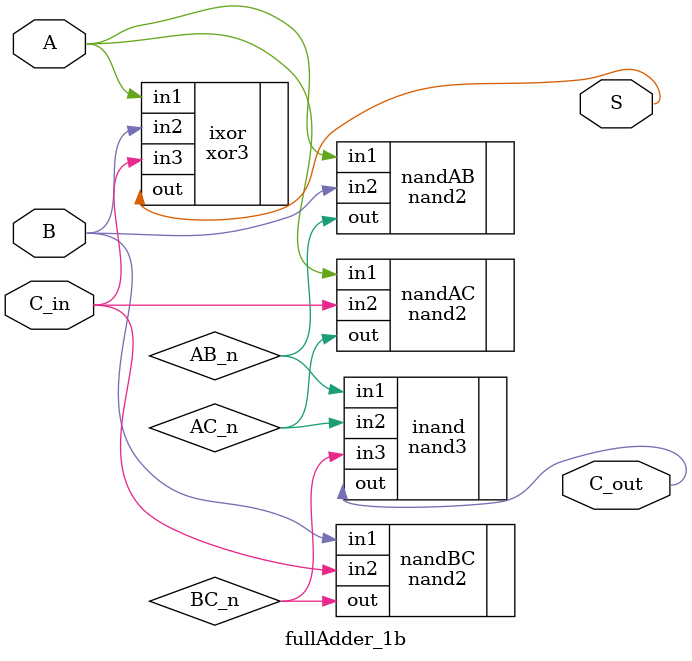
<source format=v>
/*
    CS/ECE 552 Spring '19
    Homework #3, Problem 2
    Author: Hele Sha
    a 1-bit full adder
*/
module fullAdder_1b(A, B, C_in, S, C_out);
    input  A, B;
    input  C_in;
    output S;
    output C_out;

	wire AB_n, AC_n, BC_n;
	
    xor3 ixor(.in1(A), .in2(B), .in3(C_in), .out(S)); 
	nand2 nandAB(.in1(A), .in2(B), .out(AB_n));
	nand2 nandAC(.in1(A), .in2(C_in), .out(AC_n));
	nand2 nandBC(.in1(B), .in2(C_in), .out(BC_n));
	nand3 inand(.in1(AB_n), .in2(AC_n), .in3(BC_n), .out(C_out));
	
endmodule

</source>
